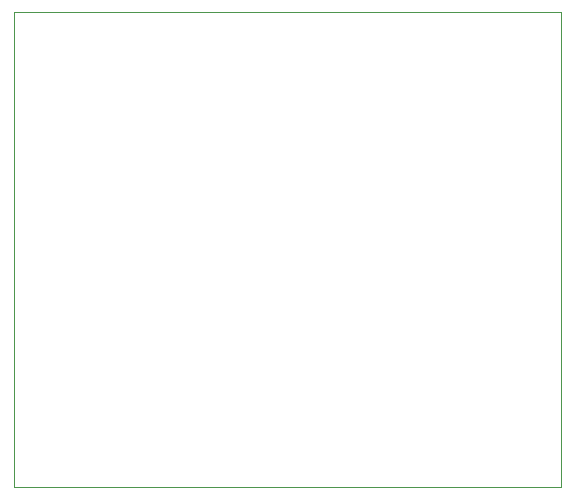
<source format=gbr>
%TF.GenerationSoftware,KiCad,Pcbnew,8.0.5*%
%TF.CreationDate,2024-10-20T10:55:42-04:00*%
%TF.ProjectId,power_glitcher,706f7765-725f-4676-9c69-74636865722e,rev?*%
%TF.SameCoordinates,Original*%
%TF.FileFunction,Profile,NP*%
%FSLAX46Y46*%
G04 Gerber Fmt 4.6, Leading zero omitted, Abs format (unit mm)*
G04 Created by KiCad (PCBNEW 8.0.5) date 2024-10-20 10:55:42*
%MOMM*%
%LPD*%
G01*
G04 APERTURE LIST*
%TA.AperFunction,Profile*%
%ADD10C,0.050000*%
%TD*%
G04 APERTURE END LIST*
D10*
X80264000Y-53797200D02*
X126542800Y-53797200D01*
X126542800Y-94005400D01*
X80264000Y-94005400D01*
X80264000Y-53797200D01*
M02*

</source>
